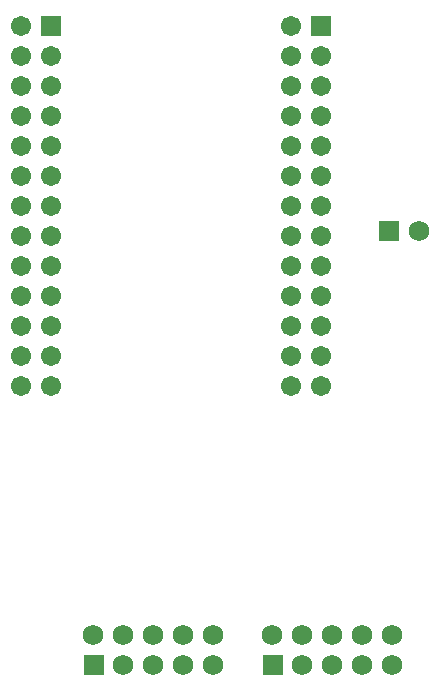
<source format=gbs>
G04*
G04 #@! TF.GenerationSoftware,Altium Limited,Altium Designer,19.1.6 (110)*
G04*
G04 Layer_Color=16711935*
%FSLAX25Y25*%
%MOIN*%
G70*
G01*
G75*
%ADD38C,0.06800*%
%ADD39R,0.06800X0.06800*%
%ADD40C,0.06706*%
%ADD41R,0.06706X0.06706*%
D38*
X102618Y46496D02*
D03*
X112618D02*
D03*
Y56496D02*
D03*
X102618D02*
D03*
X92618D02*
D03*
Y46496D02*
D03*
X82618Y56496D02*
D03*
Y46496D02*
D03*
X72618Y56496D02*
D03*
X162224Y46496D02*
D03*
X172224D02*
D03*
Y56496D02*
D03*
X162224D02*
D03*
X152224D02*
D03*
Y46496D02*
D03*
X142224Y56496D02*
D03*
Y46496D02*
D03*
X132224Y56496D02*
D03*
X181358Y191100D02*
D03*
D39*
X72818Y46396D02*
D03*
X132424D02*
D03*
X171358Y191100D02*
D03*
D40*
X148500Y139500D02*
D03*
X138500D02*
D03*
X148500Y149500D02*
D03*
X138500D02*
D03*
X148500Y159500D02*
D03*
X138500D02*
D03*
X148500Y169500D02*
D03*
X138500D02*
D03*
X148500Y179500D02*
D03*
X138500D02*
D03*
X148500Y189500D02*
D03*
X138500D02*
D03*
X148500Y199500D02*
D03*
X138500D02*
D03*
X148500Y209500D02*
D03*
X138500D02*
D03*
X148500Y219500D02*
D03*
X138500D02*
D03*
X148500Y229500D02*
D03*
X138500D02*
D03*
X148500Y239500D02*
D03*
X138500D02*
D03*
X148500Y249500D02*
D03*
X138500D02*
D03*
Y259500D02*
D03*
X48382D02*
D03*
Y249500D02*
D03*
X58382D02*
D03*
X48382Y239500D02*
D03*
X58382D02*
D03*
X48382Y229500D02*
D03*
X58382D02*
D03*
X48382Y219500D02*
D03*
X58382D02*
D03*
X48382Y209500D02*
D03*
X58382D02*
D03*
X48382Y199500D02*
D03*
X58382D02*
D03*
X48382Y189500D02*
D03*
X58382D02*
D03*
X48382Y179500D02*
D03*
X58382D02*
D03*
X48382Y169500D02*
D03*
X58382D02*
D03*
X48382Y159500D02*
D03*
X58382D02*
D03*
X48382Y149500D02*
D03*
X58382D02*
D03*
X48382Y139500D02*
D03*
X58382D02*
D03*
D41*
X148500Y259500D02*
D03*
X58382D02*
D03*
M02*

</source>
